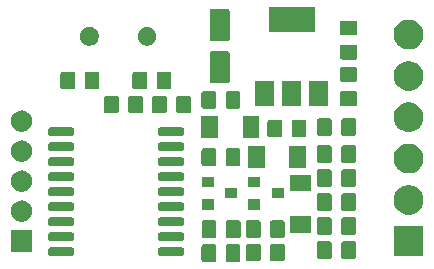
<source format=gbr>
G04 #@! TF.GenerationSoftware,KiCad,Pcbnew,5.1.5+dfsg1-2build2*
G04 #@! TF.CreationDate,2022-02-15T20:08:38+01:00*
G04 #@! TF.ProjectId,LIN_DISCO3,4c494e5f-4449-4534-934f-332e6b696361,rev?*
G04 #@! TF.SameCoordinates,Original*
G04 #@! TF.FileFunction,Soldermask,Top*
G04 #@! TF.FilePolarity,Negative*
%FSLAX46Y46*%
G04 Gerber Fmt 4.6, Leading zero omitted, Abs format (unit mm)*
G04 Created by KiCad (PCBNEW 5.1.5+dfsg1-2build2) date 2022-02-15 20:08:38*
%MOMM*%
%LPD*%
G04 APERTURE LIST*
%ADD10C,0.100000*%
G04 APERTURE END LIST*
D10*
G36*
X176104674Y-78374465D02*
G01*
X176142367Y-78385899D01*
X176177103Y-78404466D01*
X176207548Y-78429452D01*
X176232534Y-78459897D01*
X176251101Y-78494633D01*
X176262535Y-78532326D01*
X176267000Y-78577661D01*
X176267000Y-79664339D01*
X176262535Y-79709674D01*
X176251101Y-79747367D01*
X176232534Y-79782103D01*
X176207548Y-79812548D01*
X176177103Y-79837534D01*
X176142367Y-79856101D01*
X176104674Y-79867535D01*
X176059339Y-79872000D01*
X175222661Y-79872000D01*
X175177326Y-79867535D01*
X175139633Y-79856101D01*
X175104897Y-79837534D01*
X175074452Y-79812548D01*
X175049466Y-79782103D01*
X175030899Y-79747367D01*
X175019465Y-79709674D01*
X175015000Y-79664339D01*
X175015000Y-78577661D01*
X175019465Y-78532326D01*
X175030899Y-78494633D01*
X175049466Y-78459897D01*
X175074452Y-78429452D01*
X175104897Y-78404466D01*
X175139633Y-78385899D01*
X175177326Y-78374465D01*
X175222661Y-78370000D01*
X176059339Y-78370000D01*
X176104674Y-78374465D01*
G37*
G36*
X174054674Y-78374465D02*
G01*
X174092367Y-78385899D01*
X174127103Y-78404466D01*
X174157548Y-78429452D01*
X174182534Y-78459897D01*
X174201101Y-78494633D01*
X174212535Y-78532326D01*
X174217000Y-78577661D01*
X174217000Y-79664339D01*
X174212535Y-79709674D01*
X174201101Y-79747367D01*
X174182534Y-79782103D01*
X174157548Y-79812548D01*
X174127103Y-79837534D01*
X174092367Y-79856101D01*
X174054674Y-79867535D01*
X174009339Y-79872000D01*
X173172661Y-79872000D01*
X173127326Y-79867535D01*
X173089633Y-79856101D01*
X173054897Y-79837534D01*
X173024452Y-79812548D01*
X172999466Y-79782103D01*
X172980899Y-79747367D01*
X172969465Y-79709674D01*
X172965000Y-79664339D01*
X172965000Y-78577661D01*
X172969465Y-78532326D01*
X172980899Y-78494633D01*
X172999466Y-78459897D01*
X173024452Y-78429452D01*
X173054897Y-78404466D01*
X173089633Y-78385899D01*
X173127326Y-78374465D01*
X173172661Y-78370000D01*
X174009339Y-78370000D01*
X174054674Y-78374465D01*
G37*
G36*
X177810174Y-78310965D02*
G01*
X177847867Y-78322399D01*
X177882603Y-78340966D01*
X177913048Y-78365952D01*
X177938034Y-78396397D01*
X177956601Y-78431133D01*
X177968035Y-78468826D01*
X177972500Y-78514161D01*
X177972500Y-79600839D01*
X177968035Y-79646174D01*
X177956601Y-79683867D01*
X177938034Y-79718603D01*
X177913048Y-79749048D01*
X177882603Y-79774034D01*
X177847867Y-79792601D01*
X177810174Y-79804035D01*
X177764839Y-79808500D01*
X176928161Y-79808500D01*
X176882826Y-79804035D01*
X176845133Y-79792601D01*
X176810397Y-79774034D01*
X176779952Y-79749048D01*
X176754966Y-79718603D01*
X176736399Y-79683867D01*
X176724965Y-79646174D01*
X176720500Y-79600839D01*
X176720500Y-78514161D01*
X176724965Y-78468826D01*
X176736399Y-78431133D01*
X176754966Y-78396397D01*
X176779952Y-78365952D01*
X176810397Y-78340966D01*
X176845133Y-78322399D01*
X176882826Y-78310965D01*
X176928161Y-78306500D01*
X177764839Y-78306500D01*
X177810174Y-78310965D01*
G37*
G36*
X179860174Y-78310965D02*
G01*
X179897867Y-78322399D01*
X179932603Y-78340966D01*
X179963048Y-78365952D01*
X179988034Y-78396397D01*
X180006601Y-78431133D01*
X180018035Y-78468826D01*
X180022500Y-78514161D01*
X180022500Y-79600839D01*
X180018035Y-79646174D01*
X180006601Y-79683867D01*
X179988034Y-79718603D01*
X179963048Y-79749048D01*
X179932603Y-79774034D01*
X179897867Y-79792601D01*
X179860174Y-79804035D01*
X179814839Y-79808500D01*
X178978161Y-79808500D01*
X178932826Y-79804035D01*
X178895133Y-79792601D01*
X178860397Y-79774034D01*
X178829952Y-79749048D01*
X178804966Y-79718603D01*
X178786399Y-79683867D01*
X178774965Y-79646174D01*
X178770500Y-79600839D01*
X178770500Y-78514161D01*
X178774965Y-78468826D01*
X178786399Y-78431133D01*
X178804966Y-78396397D01*
X178829952Y-78365952D01*
X178860397Y-78340966D01*
X178895133Y-78322399D01*
X178932826Y-78310965D01*
X178978161Y-78306500D01*
X179814839Y-78306500D01*
X179860174Y-78310965D01*
G37*
G36*
X185883674Y-78120465D02*
G01*
X185921367Y-78131899D01*
X185956103Y-78150466D01*
X185986548Y-78175452D01*
X186011534Y-78205897D01*
X186030101Y-78240633D01*
X186041535Y-78278326D01*
X186046000Y-78323661D01*
X186046000Y-79410339D01*
X186041535Y-79455674D01*
X186030101Y-79493367D01*
X186011534Y-79528103D01*
X185986548Y-79558548D01*
X185956103Y-79583534D01*
X185921367Y-79602101D01*
X185883674Y-79613535D01*
X185838339Y-79618000D01*
X185001661Y-79618000D01*
X184956326Y-79613535D01*
X184918633Y-79602101D01*
X184883897Y-79583534D01*
X184853452Y-79558548D01*
X184828466Y-79528103D01*
X184809899Y-79493367D01*
X184798465Y-79455674D01*
X184794000Y-79410339D01*
X184794000Y-78323661D01*
X184798465Y-78278326D01*
X184809899Y-78240633D01*
X184828466Y-78205897D01*
X184853452Y-78175452D01*
X184883897Y-78150466D01*
X184918633Y-78131899D01*
X184956326Y-78120465D01*
X185001661Y-78116000D01*
X185838339Y-78116000D01*
X185883674Y-78120465D01*
G37*
G36*
X183833674Y-78120465D02*
G01*
X183871367Y-78131899D01*
X183906103Y-78150466D01*
X183936548Y-78175452D01*
X183961534Y-78205897D01*
X183980101Y-78240633D01*
X183991535Y-78278326D01*
X183996000Y-78323661D01*
X183996000Y-79410339D01*
X183991535Y-79455674D01*
X183980101Y-79493367D01*
X183961534Y-79528103D01*
X183936548Y-79558548D01*
X183906103Y-79583534D01*
X183871367Y-79602101D01*
X183833674Y-79613535D01*
X183788339Y-79618000D01*
X182951661Y-79618000D01*
X182906326Y-79613535D01*
X182868633Y-79602101D01*
X182833897Y-79583534D01*
X182803452Y-79558548D01*
X182778466Y-79528103D01*
X182759899Y-79493367D01*
X182748465Y-79455674D01*
X182744000Y-79410339D01*
X182744000Y-78323661D01*
X182748465Y-78278326D01*
X182759899Y-78240633D01*
X182778466Y-78205897D01*
X182803452Y-78175452D01*
X182833897Y-78150466D01*
X182868633Y-78131899D01*
X182906326Y-78120465D01*
X182951661Y-78116000D01*
X183788339Y-78116000D01*
X183833674Y-78120465D01*
G37*
G36*
X191751000Y-79356000D02*
G01*
X189249000Y-79356000D01*
X189249000Y-76854000D01*
X191751000Y-76854000D01*
X191751000Y-79356000D01*
G37*
G36*
X162069928Y-78645764D02*
G01*
X162091009Y-78652160D01*
X162110445Y-78662548D01*
X162127476Y-78676524D01*
X162141452Y-78693555D01*
X162151840Y-78712991D01*
X162158236Y-78734072D01*
X162161000Y-78762140D01*
X162161000Y-79225860D01*
X162158236Y-79253928D01*
X162151840Y-79275009D01*
X162141452Y-79294445D01*
X162127476Y-79311476D01*
X162110445Y-79325452D01*
X162091009Y-79335840D01*
X162069928Y-79342236D01*
X162041860Y-79345000D01*
X160128140Y-79345000D01*
X160100072Y-79342236D01*
X160078991Y-79335840D01*
X160059555Y-79325452D01*
X160042524Y-79311476D01*
X160028548Y-79294445D01*
X160018160Y-79275009D01*
X160011764Y-79253928D01*
X160009000Y-79225860D01*
X160009000Y-78762140D01*
X160011764Y-78734072D01*
X160018160Y-78712991D01*
X160028548Y-78693555D01*
X160042524Y-78676524D01*
X160059555Y-78662548D01*
X160078991Y-78652160D01*
X160100072Y-78645764D01*
X160128140Y-78643000D01*
X162041860Y-78643000D01*
X162069928Y-78645764D01*
G37*
G36*
X171369928Y-78645764D02*
G01*
X171391009Y-78652160D01*
X171410445Y-78662548D01*
X171427476Y-78676524D01*
X171441452Y-78693555D01*
X171451840Y-78712991D01*
X171458236Y-78734072D01*
X171461000Y-78762140D01*
X171461000Y-79225860D01*
X171458236Y-79253928D01*
X171451840Y-79275009D01*
X171441452Y-79294445D01*
X171427476Y-79311476D01*
X171410445Y-79325452D01*
X171391009Y-79335840D01*
X171369928Y-79342236D01*
X171341860Y-79345000D01*
X169428140Y-79345000D01*
X169400072Y-79342236D01*
X169378991Y-79335840D01*
X169359555Y-79325452D01*
X169342524Y-79311476D01*
X169328548Y-79294445D01*
X169318160Y-79275009D01*
X169311764Y-79253928D01*
X169309000Y-79225860D01*
X169309000Y-78762140D01*
X169311764Y-78734072D01*
X169318160Y-78712991D01*
X169328548Y-78693555D01*
X169342524Y-78676524D01*
X169359555Y-78662548D01*
X169378991Y-78652160D01*
X169400072Y-78645764D01*
X169428140Y-78643000D01*
X171341860Y-78643000D01*
X171369928Y-78645764D01*
G37*
G36*
X158635000Y-79006000D02*
G01*
X156833000Y-79006000D01*
X156833000Y-77204000D01*
X158635000Y-77204000D01*
X158635000Y-79006000D01*
G37*
G36*
X162069928Y-77375764D02*
G01*
X162091009Y-77382160D01*
X162110445Y-77392548D01*
X162127476Y-77406524D01*
X162141452Y-77423555D01*
X162151840Y-77442991D01*
X162158236Y-77464072D01*
X162161000Y-77492140D01*
X162161000Y-77955860D01*
X162158236Y-77983928D01*
X162151840Y-78005009D01*
X162141452Y-78024445D01*
X162127476Y-78041476D01*
X162110445Y-78055452D01*
X162091009Y-78065840D01*
X162069928Y-78072236D01*
X162041860Y-78075000D01*
X160128140Y-78075000D01*
X160100072Y-78072236D01*
X160078991Y-78065840D01*
X160059555Y-78055452D01*
X160042524Y-78041476D01*
X160028548Y-78024445D01*
X160018160Y-78005009D01*
X160011764Y-77983928D01*
X160009000Y-77955860D01*
X160009000Y-77492140D01*
X160011764Y-77464072D01*
X160018160Y-77442991D01*
X160028548Y-77423555D01*
X160042524Y-77406524D01*
X160059555Y-77392548D01*
X160078991Y-77382160D01*
X160100072Y-77375764D01*
X160128140Y-77373000D01*
X162041860Y-77373000D01*
X162069928Y-77375764D01*
G37*
G36*
X171369928Y-77375764D02*
G01*
X171391009Y-77382160D01*
X171410445Y-77392548D01*
X171427476Y-77406524D01*
X171441452Y-77423555D01*
X171451840Y-77442991D01*
X171458236Y-77464072D01*
X171461000Y-77492140D01*
X171461000Y-77955860D01*
X171458236Y-77983928D01*
X171451840Y-78005009D01*
X171441452Y-78024445D01*
X171427476Y-78041476D01*
X171410445Y-78055452D01*
X171391009Y-78065840D01*
X171369928Y-78072236D01*
X171341860Y-78075000D01*
X169428140Y-78075000D01*
X169400072Y-78072236D01*
X169378991Y-78065840D01*
X169359555Y-78055452D01*
X169342524Y-78041476D01*
X169328548Y-78024445D01*
X169318160Y-78005009D01*
X169311764Y-77983928D01*
X169309000Y-77955860D01*
X169309000Y-77492140D01*
X169311764Y-77464072D01*
X169318160Y-77442991D01*
X169328548Y-77423555D01*
X169342524Y-77406524D01*
X169359555Y-77392548D01*
X169378991Y-77382160D01*
X169400072Y-77375764D01*
X169428140Y-77373000D01*
X171341860Y-77373000D01*
X171369928Y-77375764D01*
G37*
G36*
X176113674Y-76342465D02*
G01*
X176151367Y-76353899D01*
X176186103Y-76372466D01*
X176216548Y-76397452D01*
X176241534Y-76427897D01*
X176260101Y-76462633D01*
X176271535Y-76500326D01*
X176276000Y-76545661D01*
X176276000Y-77632339D01*
X176271535Y-77677674D01*
X176260101Y-77715367D01*
X176241534Y-77750103D01*
X176216548Y-77780548D01*
X176186103Y-77805534D01*
X176151367Y-77824101D01*
X176113674Y-77835535D01*
X176068339Y-77840000D01*
X175231661Y-77840000D01*
X175186326Y-77835535D01*
X175148633Y-77824101D01*
X175113897Y-77805534D01*
X175083452Y-77780548D01*
X175058466Y-77750103D01*
X175039899Y-77715367D01*
X175028465Y-77677674D01*
X175024000Y-77632339D01*
X175024000Y-76545661D01*
X175028465Y-76500326D01*
X175039899Y-76462633D01*
X175058466Y-76427897D01*
X175083452Y-76397452D01*
X175113897Y-76372466D01*
X175148633Y-76353899D01*
X175186326Y-76342465D01*
X175231661Y-76338000D01*
X176068339Y-76338000D01*
X176113674Y-76342465D01*
G37*
G36*
X179860174Y-76342465D02*
G01*
X179897867Y-76353899D01*
X179932603Y-76372466D01*
X179963048Y-76397452D01*
X179988034Y-76427897D01*
X180006601Y-76462633D01*
X180018035Y-76500326D01*
X180022500Y-76545661D01*
X180022500Y-77632339D01*
X180018035Y-77677674D01*
X180006601Y-77715367D01*
X179988034Y-77750103D01*
X179963048Y-77780548D01*
X179932603Y-77805534D01*
X179897867Y-77824101D01*
X179860174Y-77835535D01*
X179814839Y-77840000D01*
X178978161Y-77840000D01*
X178932826Y-77835535D01*
X178895133Y-77824101D01*
X178860397Y-77805534D01*
X178829952Y-77780548D01*
X178804966Y-77750103D01*
X178786399Y-77715367D01*
X178774965Y-77677674D01*
X178770500Y-77632339D01*
X178770500Y-76545661D01*
X178774965Y-76500326D01*
X178786399Y-76462633D01*
X178804966Y-76427897D01*
X178829952Y-76397452D01*
X178860397Y-76372466D01*
X178895133Y-76353899D01*
X178932826Y-76342465D01*
X178978161Y-76338000D01*
X179814839Y-76338000D01*
X179860174Y-76342465D01*
G37*
G36*
X174063674Y-76342465D02*
G01*
X174101367Y-76353899D01*
X174136103Y-76372466D01*
X174166548Y-76397452D01*
X174191534Y-76427897D01*
X174210101Y-76462633D01*
X174221535Y-76500326D01*
X174226000Y-76545661D01*
X174226000Y-77632339D01*
X174221535Y-77677674D01*
X174210101Y-77715367D01*
X174191534Y-77750103D01*
X174166548Y-77780548D01*
X174136103Y-77805534D01*
X174101367Y-77824101D01*
X174063674Y-77835535D01*
X174018339Y-77840000D01*
X173181661Y-77840000D01*
X173136326Y-77835535D01*
X173098633Y-77824101D01*
X173063897Y-77805534D01*
X173033452Y-77780548D01*
X173008466Y-77750103D01*
X172989899Y-77715367D01*
X172978465Y-77677674D01*
X172974000Y-77632339D01*
X172974000Y-76545661D01*
X172978465Y-76500326D01*
X172989899Y-76462633D01*
X173008466Y-76427897D01*
X173033452Y-76397452D01*
X173063897Y-76372466D01*
X173098633Y-76353899D01*
X173136326Y-76342465D01*
X173181661Y-76338000D01*
X174018339Y-76338000D01*
X174063674Y-76342465D01*
G37*
G36*
X177810174Y-76342465D02*
G01*
X177847867Y-76353899D01*
X177882603Y-76372466D01*
X177913048Y-76397452D01*
X177938034Y-76427897D01*
X177956601Y-76462633D01*
X177968035Y-76500326D01*
X177972500Y-76545661D01*
X177972500Y-77632339D01*
X177968035Y-77677674D01*
X177956601Y-77715367D01*
X177938034Y-77750103D01*
X177913048Y-77780548D01*
X177882603Y-77805534D01*
X177847867Y-77824101D01*
X177810174Y-77835535D01*
X177764839Y-77840000D01*
X176928161Y-77840000D01*
X176882826Y-77835535D01*
X176845133Y-77824101D01*
X176810397Y-77805534D01*
X176779952Y-77780548D01*
X176754966Y-77750103D01*
X176736399Y-77715367D01*
X176724965Y-77677674D01*
X176720500Y-77632339D01*
X176720500Y-76545661D01*
X176724965Y-76500326D01*
X176736399Y-76462633D01*
X176754966Y-76427897D01*
X176779952Y-76397452D01*
X176810397Y-76372466D01*
X176845133Y-76353899D01*
X176882826Y-76342465D01*
X176928161Y-76338000D01*
X177764839Y-76338000D01*
X177810174Y-76342465D01*
G37*
G36*
X183833674Y-76088465D02*
G01*
X183871367Y-76099899D01*
X183906103Y-76118466D01*
X183936548Y-76143452D01*
X183961534Y-76173897D01*
X183980101Y-76208633D01*
X183991535Y-76246326D01*
X183996000Y-76291661D01*
X183996000Y-77378339D01*
X183991535Y-77423674D01*
X183980101Y-77461367D01*
X183961534Y-77496103D01*
X183936548Y-77526548D01*
X183906103Y-77551534D01*
X183871367Y-77570101D01*
X183833674Y-77581535D01*
X183788339Y-77586000D01*
X182951661Y-77586000D01*
X182906326Y-77581535D01*
X182868633Y-77570101D01*
X182833897Y-77551534D01*
X182803452Y-77526548D01*
X182778466Y-77496103D01*
X182759899Y-77461367D01*
X182748465Y-77423674D01*
X182744000Y-77378339D01*
X182744000Y-76291661D01*
X182748465Y-76246326D01*
X182759899Y-76208633D01*
X182778466Y-76173897D01*
X182803452Y-76143452D01*
X182833897Y-76118466D01*
X182868633Y-76099899D01*
X182906326Y-76088465D01*
X182951661Y-76084000D01*
X183788339Y-76084000D01*
X183833674Y-76088465D01*
G37*
G36*
X185883674Y-76088465D02*
G01*
X185921367Y-76099899D01*
X185956103Y-76118466D01*
X185986548Y-76143452D01*
X186011534Y-76173897D01*
X186030101Y-76208633D01*
X186041535Y-76246326D01*
X186046000Y-76291661D01*
X186046000Y-77378339D01*
X186041535Y-77423674D01*
X186030101Y-77461367D01*
X186011534Y-77496103D01*
X185986548Y-77526548D01*
X185956103Y-77551534D01*
X185921367Y-77570101D01*
X185883674Y-77581535D01*
X185838339Y-77586000D01*
X185001661Y-77586000D01*
X184956326Y-77581535D01*
X184918633Y-77570101D01*
X184883897Y-77551534D01*
X184853452Y-77526548D01*
X184828466Y-77496103D01*
X184809899Y-77461367D01*
X184798465Y-77423674D01*
X184794000Y-77378339D01*
X184794000Y-76291661D01*
X184798465Y-76246326D01*
X184809899Y-76208633D01*
X184828466Y-76173897D01*
X184853452Y-76143452D01*
X184883897Y-76118466D01*
X184918633Y-76099899D01*
X184956326Y-76088465D01*
X185001661Y-76084000D01*
X185838339Y-76084000D01*
X185883674Y-76088465D01*
G37*
G36*
X182257000Y-77381000D02*
G01*
X180455000Y-77381000D01*
X180455000Y-75979000D01*
X182257000Y-75979000D01*
X182257000Y-77381000D01*
G37*
G36*
X171369928Y-76105764D02*
G01*
X171391009Y-76112160D01*
X171410445Y-76122548D01*
X171427476Y-76136524D01*
X171441452Y-76153555D01*
X171451840Y-76172991D01*
X171458236Y-76194072D01*
X171461000Y-76222140D01*
X171461000Y-76685860D01*
X171458236Y-76713928D01*
X171451840Y-76735009D01*
X171441452Y-76754445D01*
X171427476Y-76771476D01*
X171410445Y-76785452D01*
X171391009Y-76795840D01*
X171369928Y-76802236D01*
X171341860Y-76805000D01*
X169428140Y-76805000D01*
X169400072Y-76802236D01*
X169378991Y-76795840D01*
X169359555Y-76785452D01*
X169342524Y-76771476D01*
X169328548Y-76754445D01*
X169318160Y-76735009D01*
X169311764Y-76713928D01*
X169309000Y-76685860D01*
X169309000Y-76222140D01*
X169311764Y-76194072D01*
X169318160Y-76172991D01*
X169328548Y-76153555D01*
X169342524Y-76136524D01*
X169359555Y-76122548D01*
X169378991Y-76112160D01*
X169400072Y-76105764D01*
X169428140Y-76103000D01*
X171341860Y-76103000D01*
X171369928Y-76105764D01*
G37*
G36*
X162069928Y-76105764D02*
G01*
X162091009Y-76112160D01*
X162110445Y-76122548D01*
X162127476Y-76136524D01*
X162141452Y-76153555D01*
X162151840Y-76172991D01*
X162158236Y-76194072D01*
X162161000Y-76222140D01*
X162161000Y-76685860D01*
X162158236Y-76713928D01*
X162151840Y-76735009D01*
X162141452Y-76754445D01*
X162127476Y-76771476D01*
X162110445Y-76785452D01*
X162091009Y-76795840D01*
X162069928Y-76802236D01*
X162041860Y-76805000D01*
X160128140Y-76805000D01*
X160100072Y-76802236D01*
X160078991Y-76795840D01*
X160059555Y-76785452D01*
X160042524Y-76771476D01*
X160028548Y-76754445D01*
X160018160Y-76735009D01*
X160011764Y-76713928D01*
X160009000Y-76685860D01*
X160009000Y-76222140D01*
X160011764Y-76194072D01*
X160018160Y-76172991D01*
X160028548Y-76153555D01*
X160042524Y-76136524D01*
X160059555Y-76122548D01*
X160078991Y-76112160D01*
X160100072Y-76105764D01*
X160128140Y-76103000D01*
X162041860Y-76103000D01*
X162069928Y-76105764D01*
G37*
G36*
X157847512Y-74668927D02*
G01*
X157996812Y-74698624D01*
X158160784Y-74766544D01*
X158308354Y-74865147D01*
X158433853Y-74990646D01*
X158532456Y-75138216D01*
X158600376Y-75302188D01*
X158635000Y-75476259D01*
X158635000Y-75653741D01*
X158600376Y-75827812D01*
X158532456Y-75991784D01*
X158433853Y-76139354D01*
X158308354Y-76264853D01*
X158160784Y-76363456D01*
X157996812Y-76431376D01*
X157858124Y-76458962D01*
X157822742Y-76466000D01*
X157645258Y-76466000D01*
X157609876Y-76458962D01*
X157471188Y-76431376D01*
X157307216Y-76363456D01*
X157159646Y-76264853D01*
X157034147Y-76139354D01*
X156935544Y-75991784D01*
X156867624Y-75827812D01*
X156833000Y-75653741D01*
X156833000Y-75476259D01*
X156867624Y-75302188D01*
X156935544Y-75138216D01*
X157034147Y-74990646D01*
X157159646Y-74865147D01*
X157307216Y-74766544D01*
X157471188Y-74698624D01*
X157620488Y-74668927D01*
X157645258Y-74664000D01*
X157822742Y-74664000D01*
X157847512Y-74668927D01*
G37*
G36*
X190864903Y-73402075D02*
G01*
X191043691Y-73476131D01*
X191092571Y-73496378D01*
X191297466Y-73633285D01*
X191471715Y-73807534D01*
X191608622Y-74012429D01*
X191608623Y-74012431D01*
X191639289Y-74086466D01*
X191702925Y-74240097D01*
X191751000Y-74481787D01*
X191751000Y-74728213D01*
X191702925Y-74969903D01*
X191608622Y-75197571D01*
X191471715Y-75402466D01*
X191297466Y-75576715D01*
X191092571Y-75713622D01*
X191092570Y-75713623D01*
X191092569Y-75713623D01*
X190864903Y-75807925D01*
X190623214Y-75856000D01*
X190376786Y-75856000D01*
X190135097Y-75807925D01*
X189907431Y-75713623D01*
X189907430Y-75713623D01*
X189907429Y-75713622D01*
X189702534Y-75576715D01*
X189528285Y-75402466D01*
X189391378Y-75197571D01*
X189297075Y-74969903D01*
X189249000Y-74728213D01*
X189249000Y-74481787D01*
X189297075Y-74240097D01*
X189360711Y-74086466D01*
X189391377Y-74012431D01*
X189391378Y-74012429D01*
X189528285Y-73807534D01*
X189702534Y-73633285D01*
X189907429Y-73496378D01*
X189956310Y-73476131D01*
X190135097Y-73402075D01*
X190376786Y-73354000D01*
X190623214Y-73354000D01*
X190864903Y-73402075D01*
G37*
G36*
X185883674Y-74056465D02*
G01*
X185921367Y-74067899D01*
X185956103Y-74086466D01*
X185986548Y-74111452D01*
X186011534Y-74141897D01*
X186030101Y-74176633D01*
X186041535Y-74214326D01*
X186046000Y-74259661D01*
X186046000Y-75346339D01*
X186041535Y-75391674D01*
X186030101Y-75429367D01*
X186011534Y-75464103D01*
X185986548Y-75494548D01*
X185956103Y-75519534D01*
X185921367Y-75538101D01*
X185883674Y-75549535D01*
X185838339Y-75554000D01*
X185001661Y-75554000D01*
X184956326Y-75549535D01*
X184918633Y-75538101D01*
X184883897Y-75519534D01*
X184853452Y-75494548D01*
X184828466Y-75464103D01*
X184809899Y-75429367D01*
X184798465Y-75391674D01*
X184794000Y-75346339D01*
X184794000Y-74259661D01*
X184798465Y-74214326D01*
X184809899Y-74176633D01*
X184828466Y-74141897D01*
X184853452Y-74111452D01*
X184883897Y-74086466D01*
X184918633Y-74067899D01*
X184956326Y-74056465D01*
X185001661Y-74052000D01*
X185838339Y-74052000D01*
X185883674Y-74056465D01*
G37*
G36*
X183833674Y-74056465D02*
G01*
X183871367Y-74067899D01*
X183906103Y-74086466D01*
X183936548Y-74111452D01*
X183961534Y-74141897D01*
X183980101Y-74176633D01*
X183991535Y-74214326D01*
X183996000Y-74259661D01*
X183996000Y-75346339D01*
X183991535Y-75391674D01*
X183980101Y-75429367D01*
X183961534Y-75464103D01*
X183936548Y-75494548D01*
X183906103Y-75519534D01*
X183871367Y-75538101D01*
X183833674Y-75549535D01*
X183788339Y-75554000D01*
X182951661Y-75554000D01*
X182906326Y-75549535D01*
X182868633Y-75538101D01*
X182833897Y-75519534D01*
X182803452Y-75494548D01*
X182778466Y-75464103D01*
X182759899Y-75429367D01*
X182748465Y-75391674D01*
X182744000Y-75346339D01*
X182744000Y-74259661D01*
X182748465Y-74214326D01*
X182759899Y-74176633D01*
X182778466Y-74141897D01*
X182803452Y-74111452D01*
X182833897Y-74086466D01*
X182868633Y-74067899D01*
X182906326Y-74056465D01*
X182951661Y-74052000D01*
X183788339Y-74052000D01*
X183833674Y-74056465D01*
G37*
G36*
X171369928Y-74835764D02*
G01*
X171391009Y-74842160D01*
X171410445Y-74852548D01*
X171427476Y-74866524D01*
X171441452Y-74883555D01*
X171451840Y-74902991D01*
X171458236Y-74924072D01*
X171461000Y-74952140D01*
X171461000Y-75415860D01*
X171458236Y-75443928D01*
X171451840Y-75465009D01*
X171441452Y-75484445D01*
X171427476Y-75501476D01*
X171410445Y-75515452D01*
X171391009Y-75525840D01*
X171369928Y-75532236D01*
X171341860Y-75535000D01*
X169428140Y-75535000D01*
X169400072Y-75532236D01*
X169378991Y-75525840D01*
X169359555Y-75515452D01*
X169342524Y-75501476D01*
X169328548Y-75484445D01*
X169318160Y-75465009D01*
X169311764Y-75443928D01*
X169309000Y-75415860D01*
X169309000Y-74952140D01*
X169311764Y-74924072D01*
X169318160Y-74902991D01*
X169328548Y-74883555D01*
X169342524Y-74866524D01*
X169359555Y-74852548D01*
X169378991Y-74842160D01*
X169400072Y-74835764D01*
X169428140Y-74833000D01*
X171341860Y-74833000D01*
X171369928Y-74835764D01*
G37*
G36*
X162069928Y-74835764D02*
G01*
X162091009Y-74842160D01*
X162110445Y-74852548D01*
X162127476Y-74866524D01*
X162141452Y-74883555D01*
X162151840Y-74902991D01*
X162158236Y-74924072D01*
X162161000Y-74952140D01*
X162161000Y-75415860D01*
X162158236Y-75443928D01*
X162151840Y-75465009D01*
X162141452Y-75484445D01*
X162127476Y-75501476D01*
X162110445Y-75515452D01*
X162091009Y-75525840D01*
X162069928Y-75532236D01*
X162041860Y-75535000D01*
X160128140Y-75535000D01*
X160100072Y-75532236D01*
X160078991Y-75525840D01*
X160059555Y-75515452D01*
X160042524Y-75501476D01*
X160028548Y-75484445D01*
X160018160Y-75465009D01*
X160011764Y-75443928D01*
X160009000Y-75415860D01*
X160009000Y-74952140D01*
X160011764Y-74924072D01*
X160018160Y-74902991D01*
X160028548Y-74883555D01*
X160042524Y-74866524D01*
X160059555Y-74852548D01*
X160078991Y-74842160D01*
X160100072Y-74835764D01*
X160128140Y-74833000D01*
X162041860Y-74833000D01*
X162069928Y-74835764D01*
G37*
G36*
X177936000Y-75442000D02*
G01*
X176934000Y-75442000D01*
X176934000Y-74540000D01*
X177936000Y-74540000D01*
X177936000Y-75442000D01*
G37*
G36*
X173999000Y-75442000D02*
G01*
X172997000Y-75442000D01*
X172997000Y-74540000D01*
X173999000Y-74540000D01*
X173999000Y-75442000D01*
G37*
G36*
X179936000Y-74492000D02*
G01*
X178934000Y-74492000D01*
X178934000Y-73590000D01*
X179936000Y-73590000D01*
X179936000Y-74492000D01*
G37*
G36*
X175999000Y-74492000D02*
G01*
X174997000Y-74492000D01*
X174997000Y-73590000D01*
X175999000Y-73590000D01*
X175999000Y-74492000D01*
G37*
G36*
X171369928Y-73565764D02*
G01*
X171391009Y-73572160D01*
X171410445Y-73582548D01*
X171427476Y-73596524D01*
X171441452Y-73613555D01*
X171451840Y-73632991D01*
X171458236Y-73654072D01*
X171461000Y-73682140D01*
X171461000Y-74145860D01*
X171458236Y-74173928D01*
X171451840Y-74195009D01*
X171441452Y-74214445D01*
X171427476Y-74231476D01*
X171410445Y-74245452D01*
X171391009Y-74255840D01*
X171369928Y-74262236D01*
X171341860Y-74265000D01*
X169428140Y-74265000D01*
X169400072Y-74262236D01*
X169378991Y-74255840D01*
X169359555Y-74245452D01*
X169342524Y-74231476D01*
X169328548Y-74214445D01*
X169318160Y-74195009D01*
X169311764Y-74173928D01*
X169309000Y-74145860D01*
X169309000Y-73682140D01*
X169311764Y-73654072D01*
X169318160Y-73632991D01*
X169328548Y-73613555D01*
X169342524Y-73596524D01*
X169359555Y-73582548D01*
X169378991Y-73572160D01*
X169400072Y-73565764D01*
X169428140Y-73563000D01*
X171341860Y-73563000D01*
X171369928Y-73565764D01*
G37*
G36*
X162069928Y-73565764D02*
G01*
X162091009Y-73572160D01*
X162110445Y-73582548D01*
X162127476Y-73596524D01*
X162141452Y-73613555D01*
X162151840Y-73632991D01*
X162158236Y-73654072D01*
X162161000Y-73682140D01*
X162161000Y-74145860D01*
X162158236Y-74173928D01*
X162151840Y-74195009D01*
X162141452Y-74214445D01*
X162127476Y-74231476D01*
X162110445Y-74245452D01*
X162091009Y-74255840D01*
X162069928Y-74262236D01*
X162041860Y-74265000D01*
X160128140Y-74265000D01*
X160100072Y-74262236D01*
X160078991Y-74255840D01*
X160059555Y-74245452D01*
X160042524Y-74231476D01*
X160028548Y-74214445D01*
X160018160Y-74195009D01*
X160011764Y-74173928D01*
X160009000Y-74145860D01*
X160009000Y-73682140D01*
X160011764Y-73654072D01*
X160018160Y-73632991D01*
X160028548Y-73613555D01*
X160042524Y-73596524D01*
X160059555Y-73582548D01*
X160078991Y-73572160D01*
X160100072Y-73565764D01*
X160128140Y-73563000D01*
X162041860Y-73563000D01*
X162069928Y-73565764D01*
G37*
G36*
X157847512Y-72128927D02*
G01*
X157996812Y-72158624D01*
X158160784Y-72226544D01*
X158308354Y-72325147D01*
X158433853Y-72450646D01*
X158532456Y-72598216D01*
X158600376Y-72762188D01*
X158635000Y-72936259D01*
X158635000Y-73113741D01*
X158600376Y-73287812D01*
X158532456Y-73451784D01*
X158433853Y-73599354D01*
X158308354Y-73724853D01*
X158160784Y-73823456D01*
X157996812Y-73891376D01*
X157847512Y-73921073D01*
X157822742Y-73926000D01*
X157645258Y-73926000D01*
X157620488Y-73921073D01*
X157471188Y-73891376D01*
X157307216Y-73823456D01*
X157159646Y-73724853D01*
X157034147Y-73599354D01*
X156935544Y-73451784D01*
X156867624Y-73287812D01*
X156833000Y-73113741D01*
X156833000Y-72936259D01*
X156867624Y-72762188D01*
X156935544Y-72598216D01*
X157034147Y-72450646D01*
X157159646Y-72325147D01*
X157307216Y-72226544D01*
X157471188Y-72158624D01*
X157620488Y-72128927D01*
X157645258Y-72124000D01*
X157822742Y-72124000D01*
X157847512Y-72128927D01*
G37*
G36*
X182257000Y-73881000D02*
G01*
X180455000Y-73881000D01*
X180455000Y-72479000D01*
X182257000Y-72479000D01*
X182257000Y-73881000D01*
G37*
G36*
X177936000Y-73542000D02*
G01*
X176934000Y-73542000D01*
X176934000Y-72640000D01*
X177936000Y-72640000D01*
X177936000Y-73542000D01*
G37*
G36*
X173999000Y-73542000D02*
G01*
X172997000Y-73542000D01*
X172997000Y-72640000D01*
X173999000Y-72640000D01*
X173999000Y-73542000D01*
G37*
G36*
X183833674Y-72024465D02*
G01*
X183871367Y-72035899D01*
X183906103Y-72054466D01*
X183936548Y-72079452D01*
X183961534Y-72109897D01*
X183980101Y-72144633D01*
X183991535Y-72182326D01*
X183996000Y-72227661D01*
X183996000Y-73314339D01*
X183991535Y-73359674D01*
X183980102Y-73397364D01*
X183961534Y-73432103D01*
X183936548Y-73462548D01*
X183906103Y-73487534D01*
X183871367Y-73506101D01*
X183833674Y-73517535D01*
X183788339Y-73522000D01*
X182951661Y-73522000D01*
X182906326Y-73517535D01*
X182868633Y-73506101D01*
X182833897Y-73487534D01*
X182803452Y-73462548D01*
X182778466Y-73432103D01*
X182759898Y-73397364D01*
X182748465Y-73359674D01*
X182744000Y-73314339D01*
X182744000Y-72227661D01*
X182748465Y-72182326D01*
X182759899Y-72144633D01*
X182778466Y-72109897D01*
X182803452Y-72079452D01*
X182833897Y-72054466D01*
X182868633Y-72035899D01*
X182906326Y-72024465D01*
X182951661Y-72020000D01*
X183788339Y-72020000D01*
X183833674Y-72024465D01*
G37*
G36*
X185883674Y-72024465D02*
G01*
X185921367Y-72035899D01*
X185956103Y-72054466D01*
X185986548Y-72079452D01*
X186011534Y-72109897D01*
X186030101Y-72144633D01*
X186041535Y-72182326D01*
X186046000Y-72227661D01*
X186046000Y-73314339D01*
X186041535Y-73359674D01*
X186030102Y-73397364D01*
X186011534Y-73432103D01*
X185986548Y-73462548D01*
X185956103Y-73487534D01*
X185921367Y-73506101D01*
X185883674Y-73517535D01*
X185838339Y-73522000D01*
X185001661Y-73522000D01*
X184956326Y-73517535D01*
X184918633Y-73506101D01*
X184883897Y-73487534D01*
X184853452Y-73462548D01*
X184828466Y-73432103D01*
X184809898Y-73397364D01*
X184798465Y-73359674D01*
X184794000Y-73314339D01*
X184794000Y-72227661D01*
X184798465Y-72182326D01*
X184809899Y-72144633D01*
X184828466Y-72109897D01*
X184853452Y-72079452D01*
X184883897Y-72054466D01*
X184918633Y-72035899D01*
X184956326Y-72024465D01*
X185001661Y-72020000D01*
X185838339Y-72020000D01*
X185883674Y-72024465D01*
G37*
G36*
X171369928Y-72295764D02*
G01*
X171391009Y-72302160D01*
X171410445Y-72312548D01*
X171427476Y-72326524D01*
X171441452Y-72343555D01*
X171451840Y-72362991D01*
X171458236Y-72384072D01*
X171461000Y-72412140D01*
X171461000Y-72875860D01*
X171458236Y-72903928D01*
X171451840Y-72925009D01*
X171441452Y-72944445D01*
X171427476Y-72961476D01*
X171410445Y-72975452D01*
X171391009Y-72985840D01*
X171369928Y-72992236D01*
X171341860Y-72995000D01*
X169428140Y-72995000D01*
X169400072Y-72992236D01*
X169378991Y-72985840D01*
X169359555Y-72975452D01*
X169342524Y-72961476D01*
X169328548Y-72944445D01*
X169318160Y-72925009D01*
X169311764Y-72903928D01*
X169309000Y-72875860D01*
X169309000Y-72412140D01*
X169311764Y-72384072D01*
X169318160Y-72362991D01*
X169328548Y-72343555D01*
X169342524Y-72326524D01*
X169359555Y-72312548D01*
X169378991Y-72302160D01*
X169400072Y-72295764D01*
X169428140Y-72293000D01*
X171341860Y-72293000D01*
X171369928Y-72295764D01*
G37*
G36*
X162069928Y-72295764D02*
G01*
X162091009Y-72302160D01*
X162110445Y-72312548D01*
X162127476Y-72326524D01*
X162141452Y-72343555D01*
X162151840Y-72362991D01*
X162158236Y-72384072D01*
X162161000Y-72412140D01*
X162161000Y-72875860D01*
X162158236Y-72903928D01*
X162151840Y-72925009D01*
X162141452Y-72944445D01*
X162127476Y-72961476D01*
X162110445Y-72975452D01*
X162091009Y-72985840D01*
X162069928Y-72992236D01*
X162041860Y-72995000D01*
X160128140Y-72995000D01*
X160100072Y-72992236D01*
X160078991Y-72985840D01*
X160059555Y-72975452D01*
X160042524Y-72961476D01*
X160028548Y-72944445D01*
X160018160Y-72925009D01*
X160011764Y-72903928D01*
X160009000Y-72875860D01*
X160009000Y-72412140D01*
X160011764Y-72384072D01*
X160018160Y-72362991D01*
X160028548Y-72343555D01*
X160042524Y-72326524D01*
X160059555Y-72312548D01*
X160078991Y-72302160D01*
X160100072Y-72295764D01*
X160128140Y-72293000D01*
X162041860Y-72293000D01*
X162069928Y-72295764D01*
G37*
G36*
X190864903Y-69902075D02*
G01*
X191083125Y-69992465D01*
X191092571Y-69996378D01*
X191297466Y-70133285D01*
X191471715Y-70307534D01*
X191567996Y-70451628D01*
X191608623Y-70512431D01*
X191702925Y-70740097D01*
X191751000Y-70981786D01*
X191751000Y-71228214D01*
X191722988Y-71369038D01*
X191702925Y-71469903D01*
X191608622Y-71697571D01*
X191471715Y-71902466D01*
X191297466Y-72076715D01*
X191092571Y-72213622D01*
X191092570Y-72213623D01*
X191092569Y-72213623D01*
X190864903Y-72307925D01*
X190623214Y-72356000D01*
X190376786Y-72356000D01*
X190135097Y-72307925D01*
X189907431Y-72213623D01*
X189907430Y-72213623D01*
X189907429Y-72213622D01*
X189702534Y-72076715D01*
X189528285Y-71902466D01*
X189391378Y-71697571D01*
X189297075Y-71469903D01*
X189277012Y-71369038D01*
X189249000Y-71228214D01*
X189249000Y-70981786D01*
X189297075Y-70740097D01*
X189391377Y-70512431D01*
X189432004Y-70451628D01*
X189528285Y-70307534D01*
X189702534Y-70133285D01*
X189907429Y-69996378D01*
X189916876Y-69992465D01*
X190135097Y-69902075D01*
X190376786Y-69854000D01*
X190623214Y-69854000D01*
X190864903Y-69902075D01*
G37*
G36*
X178303000Y-71894000D02*
G01*
X176901000Y-71894000D01*
X176901000Y-70092000D01*
X178303000Y-70092000D01*
X178303000Y-71894000D01*
G37*
G36*
X181803000Y-71894000D02*
G01*
X180401000Y-71894000D01*
X180401000Y-70092000D01*
X181803000Y-70092000D01*
X181803000Y-71894000D01*
G37*
G36*
X176104674Y-70246465D02*
G01*
X176142367Y-70257899D01*
X176177103Y-70276466D01*
X176207548Y-70301452D01*
X176232534Y-70331897D01*
X176251101Y-70366633D01*
X176262535Y-70404326D01*
X176267000Y-70449661D01*
X176267000Y-71536339D01*
X176262535Y-71581674D01*
X176251101Y-71619367D01*
X176232534Y-71654103D01*
X176207548Y-71684548D01*
X176177103Y-71709534D01*
X176142367Y-71728101D01*
X176104674Y-71739535D01*
X176059339Y-71744000D01*
X175222661Y-71744000D01*
X175177326Y-71739535D01*
X175139633Y-71728101D01*
X175104897Y-71709534D01*
X175074452Y-71684548D01*
X175049466Y-71654103D01*
X175030899Y-71619367D01*
X175019465Y-71581674D01*
X175015000Y-71536339D01*
X175015000Y-70449661D01*
X175019465Y-70404326D01*
X175030899Y-70366633D01*
X175049466Y-70331897D01*
X175074452Y-70301452D01*
X175104897Y-70276466D01*
X175139633Y-70257899D01*
X175177326Y-70246465D01*
X175222661Y-70242000D01*
X176059339Y-70242000D01*
X176104674Y-70246465D01*
G37*
G36*
X174054674Y-70246465D02*
G01*
X174092367Y-70257899D01*
X174127103Y-70276466D01*
X174157548Y-70301452D01*
X174182534Y-70331897D01*
X174201101Y-70366633D01*
X174212535Y-70404326D01*
X174217000Y-70449661D01*
X174217000Y-71536339D01*
X174212535Y-71581674D01*
X174201101Y-71619367D01*
X174182534Y-71654103D01*
X174157548Y-71684548D01*
X174127103Y-71709534D01*
X174092367Y-71728101D01*
X174054674Y-71739535D01*
X174009339Y-71744000D01*
X173172661Y-71744000D01*
X173127326Y-71739535D01*
X173089633Y-71728101D01*
X173054897Y-71709534D01*
X173024452Y-71684548D01*
X172999466Y-71654103D01*
X172980899Y-71619367D01*
X172969465Y-71581674D01*
X172965000Y-71536339D01*
X172965000Y-70449661D01*
X172969465Y-70404326D01*
X172980899Y-70366633D01*
X172999466Y-70331897D01*
X173024452Y-70301452D01*
X173054897Y-70276466D01*
X173089633Y-70257899D01*
X173127326Y-70246465D01*
X173172661Y-70242000D01*
X174009339Y-70242000D01*
X174054674Y-70246465D01*
G37*
G36*
X162069928Y-71025764D02*
G01*
X162091009Y-71032160D01*
X162110445Y-71042548D01*
X162127476Y-71056524D01*
X162141452Y-71073555D01*
X162151840Y-71092991D01*
X162158236Y-71114072D01*
X162161000Y-71142140D01*
X162161000Y-71605860D01*
X162158236Y-71633928D01*
X162151840Y-71655009D01*
X162141452Y-71674445D01*
X162127476Y-71691476D01*
X162110445Y-71705452D01*
X162091009Y-71715840D01*
X162069928Y-71722236D01*
X162041860Y-71725000D01*
X160128140Y-71725000D01*
X160100072Y-71722236D01*
X160078991Y-71715840D01*
X160059555Y-71705452D01*
X160042524Y-71691476D01*
X160028548Y-71674445D01*
X160018160Y-71655009D01*
X160011764Y-71633928D01*
X160009000Y-71605860D01*
X160009000Y-71142140D01*
X160011764Y-71114072D01*
X160018160Y-71092991D01*
X160028548Y-71073555D01*
X160042524Y-71056524D01*
X160059555Y-71042548D01*
X160078991Y-71032160D01*
X160100072Y-71025764D01*
X160128140Y-71023000D01*
X162041860Y-71023000D01*
X162069928Y-71025764D01*
G37*
G36*
X171369928Y-71025764D02*
G01*
X171391009Y-71032160D01*
X171410445Y-71042548D01*
X171427476Y-71056524D01*
X171441452Y-71073555D01*
X171451840Y-71092991D01*
X171458236Y-71114072D01*
X171461000Y-71142140D01*
X171461000Y-71605860D01*
X171458236Y-71633928D01*
X171451840Y-71655009D01*
X171441452Y-71674445D01*
X171427476Y-71691476D01*
X171410445Y-71705452D01*
X171391009Y-71715840D01*
X171369928Y-71722236D01*
X171341860Y-71725000D01*
X169428140Y-71725000D01*
X169400072Y-71722236D01*
X169378991Y-71715840D01*
X169359555Y-71705452D01*
X169342524Y-71691476D01*
X169328548Y-71674445D01*
X169318160Y-71655009D01*
X169311764Y-71633928D01*
X169309000Y-71605860D01*
X169309000Y-71142140D01*
X169311764Y-71114072D01*
X169318160Y-71092991D01*
X169328548Y-71073555D01*
X169342524Y-71056524D01*
X169359555Y-71042548D01*
X169378991Y-71032160D01*
X169400072Y-71025764D01*
X169428140Y-71023000D01*
X171341860Y-71023000D01*
X171369928Y-71025764D01*
G37*
G36*
X183833674Y-69992465D02*
G01*
X183871367Y-70003899D01*
X183906103Y-70022466D01*
X183936548Y-70047452D01*
X183961534Y-70077897D01*
X183980101Y-70112633D01*
X183991535Y-70150326D01*
X183996000Y-70195661D01*
X183996000Y-71282339D01*
X183991535Y-71327674D01*
X183980101Y-71365367D01*
X183961534Y-71400103D01*
X183936548Y-71430548D01*
X183906103Y-71455534D01*
X183871367Y-71474101D01*
X183833674Y-71485535D01*
X183788339Y-71490000D01*
X182951661Y-71490000D01*
X182906326Y-71485535D01*
X182868633Y-71474101D01*
X182833897Y-71455534D01*
X182803452Y-71430548D01*
X182778466Y-71400103D01*
X182759899Y-71365367D01*
X182748465Y-71327674D01*
X182744000Y-71282339D01*
X182744000Y-70195661D01*
X182748465Y-70150326D01*
X182759899Y-70112633D01*
X182778466Y-70077897D01*
X182803452Y-70047452D01*
X182833897Y-70022466D01*
X182868633Y-70003899D01*
X182906326Y-69992465D01*
X182951661Y-69988000D01*
X183788339Y-69988000D01*
X183833674Y-69992465D01*
G37*
G36*
X185883674Y-69992465D02*
G01*
X185921367Y-70003899D01*
X185956103Y-70022466D01*
X185986548Y-70047452D01*
X186011534Y-70077897D01*
X186030101Y-70112633D01*
X186041535Y-70150326D01*
X186046000Y-70195661D01*
X186046000Y-71282339D01*
X186041535Y-71327674D01*
X186030101Y-71365367D01*
X186011534Y-71400103D01*
X185986548Y-71430548D01*
X185956103Y-71455534D01*
X185921367Y-71474101D01*
X185883674Y-71485535D01*
X185838339Y-71490000D01*
X185001661Y-71490000D01*
X184956326Y-71485535D01*
X184918633Y-71474101D01*
X184883897Y-71455534D01*
X184853452Y-71430548D01*
X184828466Y-71400103D01*
X184809899Y-71365367D01*
X184798465Y-71327674D01*
X184794000Y-71282339D01*
X184794000Y-70195661D01*
X184798465Y-70150326D01*
X184809899Y-70112633D01*
X184828466Y-70077897D01*
X184853452Y-70047452D01*
X184883897Y-70022466D01*
X184918633Y-70003899D01*
X184956326Y-69992465D01*
X185001661Y-69988000D01*
X185838339Y-69988000D01*
X185883674Y-69992465D01*
G37*
G36*
X157847512Y-69588927D02*
G01*
X157996812Y-69618624D01*
X158160784Y-69686544D01*
X158308354Y-69785147D01*
X158433853Y-69910646D01*
X158532456Y-70058216D01*
X158600376Y-70222188D01*
X158635000Y-70396259D01*
X158635000Y-70573741D01*
X158600376Y-70747812D01*
X158532456Y-70911784D01*
X158433853Y-71059354D01*
X158308354Y-71184853D01*
X158160784Y-71283456D01*
X157996812Y-71351376D01*
X157847512Y-71381073D01*
X157822742Y-71386000D01*
X157645258Y-71386000D01*
X157620488Y-71381073D01*
X157471188Y-71351376D01*
X157307216Y-71283456D01*
X157159646Y-71184853D01*
X157034147Y-71059354D01*
X156935544Y-70911784D01*
X156867624Y-70747812D01*
X156833000Y-70573741D01*
X156833000Y-70396259D01*
X156867624Y-70222188D01*
X156935544Y-70058216D01*
X157034147Y-69910646D01*
X157159646Y-69785147D01*
X157307216Y-69686544D01*
X157471188Y-69618624D01*
X157620488Y-69588927D01*
X157645258Y-69584000D01*
X157822742Y-69584000D01*
X157847512Y-69588927D01*
G37*
G36*
X171369928Y-69755764D02*
G01*
X171391009Y-69762160D01*
X171410445Y-69772548D01*
X171427476Y-69786524D01*
X171441452Y-69803555D01*
X171451840Y-69822991D01*
X171458236Y-69844072D01*
X171461000Y-69872140D01*
X171461000Y-70335860D01*
X171458236Y-70363928D01*
X171451840Y-70385009D01*
X171441452Y-70404445D01*
X171427476Y-70421476D01*
X171410445Y-70435452D01*
X171391009Y-70445840D01*
X171369928Y-70452236D01*
X171341860Y-70455000D01*
X169428140Y-70455000D01*
X169400072Y-70452236D01*
X169378991Y-70445840D01*
X169359555Y-70435452D01*
X169342524Y-70421476D01*
X169328548Y-70404445D01*
X169318160Y-70385009D01*
X169311764Y-70363928D01*
X169309000Y-70335860D01*
X169309000Y-69872140D01*
X169311764Y-69844072D01*
X169318160Y-69822991D01*
X169328548Y-69803555D01*
X169342524Y-69786524D01*
X169359555Y-69772548D01*
X169378991Y-69762160D01*
X169400072Y-69755764D01*
X169428140Y-69753000D01*
X171341860Y-69753000D01*
X171369928Y-69755764D01*
G37*
G36*
X162069928Y-69755764D02*
G01*
X162091009Y-69762160D01*
X162110445Y-69772548D01*
X162127476Y-69786524D01*
X162141452Y-69803555D01*
X162151840Y-69822991D01*
X162158236Y-69844072D01*
X162161000Y-69872140D01*
X162161000Y-70335860D01*
X162158236Y-70363928D01*
X162151840Y-70385009D01*
X162141452Y-70404445D01*
X162127476Y-70421476D01*
X162110445Y-70435452D01*
X162091009Y-70445840D01*
X162069928Y-70452236D01*
X162041860Y-70455000D01*
X160128140Y-70455000D01*
X160100072Y-70452236D01*
X160078991Y-70445840D01*
X160059555Y-70435452D01*
X160042524Y-70421476D01*
X160028548Y-70404445D01*
X160018160Y-70385009D01*
X160011764Y-70363928D01*
X160009000Y-70335860D01*
X160009000Y-69872140D01*
X160011764Y-69844072D01*
X160018160Y-69822991D01*
X160028548Y-69803555D01*
X160042524Y-69786524D01*
X160059555Y-69772548D01*
X160078991Y-69762160D01*
X160100072Y-69755764D01*
X160128140Y-69753000D01*
X162041860Y-69753000D01*
X162069928Y-69755764D01*
G37*
G36*
X174366000Y-69354000D02*
G01*
X172964000Y-69354000D01*
X172964000Y-67552000D01*
X174366000Y-67552000D01*
X174366000Y-69354000D01*
G37*
G36*
X177866000Y-69354000D02*
G01*
X176464000Y-69354000D01*
X176464000Y-67552000D01*
X177866000Y-67552000D01*
X177866000Y-69354000D01*
G37*
G36*
X181692674Y-67833465D02*
G01*
X181730367Y-67844899D01*
X181765103Y-67863466D01*
X181795548Y-67888452D01*
X181820534Y-67918897D01*
X181839101Y-67953633D01*
X181850535Y-67991326D01*
X181855000Y-68036661D01*
X181855000Y-69123339D01*
X181850535Y-69168674D01*
X181839101Y-69206367D01*
X181820534Y-69241103D01*
X181795548Y-69271548D01*
X181765103Y-69296534D01*
X181730367Y-69315101D01*
X181692674Y-69326535D01*
X181647339Y-69331000D01*
X180810661Y-69331000D01*
X180765326Y-69326535D01*
X180727633Y-69315101D01*
X180692897Y-69296534D01*
X180662452Y-69271548D01*
X180637466Y-69241103D01*
X180618899Y-69206367D01*
X180607465Y-69168674D01*
X180603000Y-69123339D01*
X180603000Y-68036661D01*
X180607465Y-67991326D01*
X180618899Y-67953633D01*
X180637466Y-67918897D01*
X180662452Y-67888452D01*
X180692897Y-67863466D01*
X180727633Y-67844899D01*
X180765326Y-67833465D01*
X180810661Y-67829000D01*
X181647339Y-67829000D01*
X181692674Y-67833465D01*
G37*
G36*
X179642674Y-67833465D02*
G01*
X179680367Y-67844899D01*
X179715103Y-67863466D01*
X179745548Y-67888452D01*
X179770534Y-67918897D01*
X179789101Y-67953633D01*
X179800535Y-67991326D01*
X179805000Y-68036661D01*
X179805000Y-69123339D01*
X179800535Y-69168674D01*
X179789101Y-69206367D01*
X179770534Y-69241103D01*
X179745548Y-69271548D01*
X179715103Y-69296534D01*
X179680367Y-69315101D01*
X179642674Y-69326535D01*
X179597339Y-69331000D01*
X178760661Y-69331000D01*
X178715326Y-69326535D01*
X178677633Y-69315101D01*
X178642897Y-69296534D01*
X178612452Y-69271548D01*
X178587466Y-69241103D01*
X178568899Y-69206367D01*
X178557465Y-69168674D01*
X178553000Y-69123339D01*
X178553000Y-68036661D01*
X178557465Y-67991326D01*
X178568899Y-67953633D01*
X178587466Y-67918897D01*
X178612452Y-67888452D01*
X178642897Y-67863466D01*
X178677633Y-67844899D01*
X178715326Y-67833465D01*
X178760661Y-67829000D01*
X179597339Y-67829000D01*
X179642674Y-67833465D01*
G37*
G36*
X185892674Y-67706465D02*
G01*
X185930367Y-67717899D01*
X185965103Y-67736466D01*
X185995548Y-67761452D01*
X186020534Y-67791897D01*
X186039101Y-67826633D01*
X186050535Y-67864326D01*
X186055000Y-67909661D01*
X186055000Y-68996339D01*
X186050535Y-69041674D01*
X186039101Y-69079367D01*
X186020534Y-69114103D01*
X185995548Y-69144548D01*
X185965103Y-69169534D01*
X185930367Y-69188101D01*
X185892674Y-69199535D01*
X185847339Y-69204000D01*
X185010661Y-69204000D01*
X184965326Y-69199535D01*
X184927633Y-69188101D01*
X184892897Y-69169534D01*
X184862452Y-69144548D01*
X184837466Y-69114103D01*
X184818899Y-69079367D01*
X184807465Y-69041674D01*
X184803000Y-68996339D01*
X184803000Y-67909661D01*
X184807465Y-67864326D01*
X184818899Y-67826633D01*
X184837466Y-67791897D01*
X184862452Y-67761452D01*
X184892897Y-67736466D01*
X184927633Y-67717899D01*
X184965326Y-67706465D01*
X185010661Y-67702000D01*
X185847339Y-67702000D01*
X185892674Y-67706465D01*
G37*
G36*
X183842674Y-67706465D02*
G01*
X183880367Y-67717899D01*
X183915103Y-67736466D01*
X183945548Y-67761452D01*
X183970534Y-67791897D01*
X183989101Y-67826633D01*
X184000535Y-67864326D01*
X184005000Y-67909661D01*
X184005000Y-68996339D01*
X184000535Y-69041674D01*
X183989101Y-69079367D01*
X183970534Y-69114103D01*
X183945548Y-69144548D01*
X183915103Y-69169534D01*
X183880367Y-69188101D01*
X183842674Y-69199535D01*
X183797339Y-69204000D01*
X182960661Y-69204000D01*
X182915326Y-69199535D01*
X182877633Y-69188101D01*
X182842897Y-69169534D01*
X182812452Y-69144548D01*
X182787466Y-69114103D01*
X182768899Y-69079367D01*
X182757465Y-69041674D01*
X182753000Y-68996339D01*
X182753000Y-67909661D01*
X182757465Y-67864326D01*
X182768899Y-67826633D01*
X182787466Y-67791897D01*
X182812452Y-67761452D01*
X182842897Y-67736466D01*
X182877633Y-67717899D01*
X182915326Y-67706465D01*
X182960661Y-67702000D01*
X183797339Y-67702000D01*
X183842674Y-67706465D01*
G37*
G36*
X171369928Y-68485764D02*
G01*
X171391009Y-68492160D01*
X171410445Y-68502548D01*
X171427476Y-68516524D01*
X171441452Y-68533555D01*
X171451840Y-68552991D01*
X171458236Y-68574072D01*
X171461000Y-68602140D01*
X171461000Y-69065860D01*
X171458236Y-69093928D01*
X171451840Y-69115009D01*
X171441452Y-69134445D01*
X171427476Y-69151476D01*
X171410445Y-69165452D01*
X171391009Y-69175840D01*
X171369928Y-69182236D01*
X171341860Y-69185000D01*
X169428140Y-69185000D01*
X169400072Y-69182236D01*
X169378991Y-69175840D01*
X169359555Y-69165452D01*
X169342524Y-69151476D01*
X169328548Y-69134445D01*
X169318160Y-69115009D01*
X169311764Y-69093928D01*
X169309000Y-69065860D01*
X169309000Y-68602140D01*
X169311764Y-68574072D01*
X169318160Y-68552991D01*
X169328548Y-68533555D01*
X169342524Y-68516524D01*
X169359555Y-68502548D01*
X169378991Y-68492160D01*
X169400072Y-68485764D01*
X169428140Y-68483000D01*
X171341860Y-68483000D01*
X171369928Y-68485764D01*
G37*
G36*
X162069928Y-68485764D02*
G01*
X162091009Y-68492160D01*
X162110445Y-68502548D01*
X162127476Y-68516524D01*
X162141452Y-68533555D01*
X162151840Y-68552991D01*
X162158236Y-68574072D01*
X162161000Y-68602140D01*
X162161000Y-69065860D01*
X162158236Y-69093928D01*
X162151840Y-69115009D01*
X162141452Y-69134445D01*
X162127476Y-69151476D01*
X162110445Y-69165452D01*
X162091009Y-69175840D01*
X162069928Y-69182236D01*
X162041860Y-69185000D01*
X160128140Y-69185000D01*
X160100072Y-69182236D01*
X160078991Y-69175840D01*
X160059555Y-69165452D01*
X160042524Y-69151476D01*
X160028548Y-69134445D01*
X160018160Y-69115009D01*
X160011764Y-69093928D01*
X160009000Y-69065860D01*
X160009000Y-68602140D01*
X160011764Y-68574072D01*
X160018160Y-68552991D01*
X160028548Y-68533555D01*
X160042524Y-68516524D01*
X160059555Y-68502548D01*
X160078991Y-68492160D01*
X160100072Y-68485764D01*
X160128140Y-68483000D01*
X162041860Y-68483000D01*
X162069928Y-68485764D01*
G37*
G36*
X190864903Y-66402075D02*
G01*
X191092571Y-66496378D01*
X191297466Y-66633285D01*
X191471715Y-66807534D01*
X191608622Y-67012429D01*
X191608623Y-67012431D01*
X191702925Y-67240097D01*
X191751000Y-67481786D01*
X191751000Y-67728214D01*
X191702925Y-67969903D01*
X191676483Y-68033741D01*
X191608622Y-68197571D01*
X191471715Y-68402466D01*
X191297466Y-68576715D01*
X191092571Y-68713622D01*
X191092570Y-68713623D01*
X191092569Y-68713623D01*
X190864903Y-68807925D01*
X190623214Y-68856000D01*
X190376786Y-68856000D01*
X190135097Y-68807925D01*
X189907431Y-68713623D01*
X189907430Y-68713623D01*
X189907429Y-68713622D01*
X189702534Y-68576715D01*
X189528285Y-68402466D01*
X189391378Y-68197571D01*
X189323518Y-68033741D01*
X189297075Y-67969903D01*
X189249000Y-67728214D01*
X189249000Y-67481786D01*
X189297075Y-67240097D01*
X189391377Y-67012431D01*
X189391378Y-67012429D01*
X189528285Y-66807534D01*
X189702534Y-66633285D01*
X189907429Y-66496378D01*
X190135097Y-66402075D01*
X190376786Y-66354000D01*
X190623214Y-66354000D01*
X190864903Y-66402075D01*
G37*
G36*
X157847512Y-67048927D02*
G01*
X157996812Y-67078624D01*
X158160784Y-67146544D01*
X158308354Y-67245147D01*
X158433853Y-67370646D01*
X158532456Y-67518216D01*
X158600376Y-67682188D01*
X158611172Y-67736466D01*
X158632741Y-67844899D01*
X158635000Y-67856259D01*
X158635000Y-68033741D01*
X158600376Y-68207812D01*
X158532456Y-68371784D01*
X158433853Y-68519354D01*
X158308354Y-68644853D01*
X158160784Y-68743456D01*
X157996812Y-68811376D01*
X157847512Y-68841073D01*
X157822742Y-68846000D01*
X157645258Y-68846000D01*
X157620488Y-68841073D01*
X157471188Y-68811376D01*
X157307216Y-68743456D01*
X157159646Y-68644853D01*
X157034147Y-68519354D01*
X156935544Y-68371784D01*
X156867624Y-68207812D01*
X156833000Y-68033741D01*
X156833000Y-67856259D01*
X156835260Y-67844899D01*
X156856828Y-67736466D01*
X156867624Y-67682188D01*
X156935544Y-67518216D01*
X157034147Y-67370646D01*
X157159646Y-67245147D01*
X157307216Y-67146544D01*
X157471188Y-67078624D01*
X157620488Y-67048927D01*
X157645258Y-67044000D01*
X157822742Y-67044000D01*
X157847512Y-67048927D01*
G37*
G36*
X165808674Y-65801465D02*
G01*
X165846367Y-65812899D01*
X165881103Y-65831466D01*
X165911548Y-65856452D01*
X165936534Y-65886897D01*
X165955101Y-65921633D01*
X165966535Y-65959326D01*
X165971000Y-66004661D01*
X165971000Y-67091339D01*
X165966535Y-67136674D01*
X165955101Y-67174367D01*
X165936534Y-67209103D01*
X165911548Y-67239548D01*
X165881103Y-67264534D01*
X165846367Y-67283101D01*
X165808674Y-67294535D01*
X165763339Y-67299000D01*
X164926661Y-67299000D01*
X164881326Y-67294535D01*
X164843633Y-67283101D01*
X164808897Y-67264534D01*
X164778452Y-67239548D01*
X164753466Y-67209103D01*
X164734899Y-67174367D01*
X164723465Y-67136674D01*
X164719000Y-67091339D01*
X164719000Y-66004661D01*
X164723465Y-65959326D01*
X164734899Y-65921633D01*
X164753466Y-65886897D01*
X164778452Y-65856452D01*
X164808897Y-65831466D01*
X164843633Y-65812899D01*
X164881326Y-65801465D01*
X164926661Y-65797000D01*
X165763339Y-65797000D01*
X165808674Y-65801465D01*
G37*
G36*
X167858674Y-65801465D02*
G01*
X167896367Y-65812899D01*
X167931103Y-65831466D01*
X167961548Y-65856452D01*
X167986534Y-65886897D01*
X168005101Y-65921633D01*
X168016535Y-65959326D01*
X168021000Y-66004661D01*
X168021000Y-67091339D01*
X168016535Y-67136674D01*
X168005101Y-67174367D01*
X167986534Y-67209103D01*
X167961548Y-67239548D01*
X167931103Y-67264534D01*
X167896367Y-67283101D01*
X167858674Y-67294535D01*
X167813339Y-67299000D01*
X166976661Y-67299000D01*
X166931326Y-67294535D01*
X166893633Y-67283101D01*
X166858897Y-67264534D01*
X166828452Y-67239548D01*
X166803466Y-67209103D01*
X166784899Y-67174367D01*
X166773465Y-67136674D01*
X166769000Y-67091339D01*
X166769000Y-66004661D01*
X166773465Y-65959326D01*
X166784899Y-65921633D01*
X166803466Y-65886897D01*
X166828452Y-65856452D01*
X166858897Y-65831466D01*
X166893633Y-65812899D01*
X166931326Y-65801465D01*
X166976661Y-65797000D01*
X167813339Y-65797000D01*
X167858674Y-65801465D01*
G37*
G36*
X171922674Y-65801465D02*
G01*
X171960367Y-65812899D01*
X171995103Y-65831466D01*
X172025548Y-65856452D01*
X172050534Y-65886897D01*
X172069101Y-65921633D01*
X172080535Y-65959326D01*
X172085000Y-66004661D01*
X172085000Y-67091339D01*
X172080535Y-67136674D01*
X172069101Y-67174367D01*
X172050534Y-67209103D01*
X172025548Y-67239548D01*
X171995103Y-67264534D01*
X171960367Y-67283101D01*
X171922674Y-67294535D01*
X171877339Y-67299000D01*
X171040661Y-67299000D01*
X170995326Y-67294535D01*
X170957633Y-67283101D01*
X170922897Y-67264534D01*
X170892452Y-67239548D01*
X170867466Y-67209103D01*
X170848899Y-67174367D01*
X170837465Y-67136674D01*
X170833000Y-67091339D01*
X170833000Y-66004661D01*
X170837465Y-65959326D01*
X170848899Y-65921633D01*
X170867466Y-65886897D01*
X170892452Y-65856452D01*
X170922897Y-65831466D01*
X170957633Y-65812899D01*
X170995326Y-65801465D01*
X171040661Y-65797000D01*
X171877339Y-65797000D01*
X171922674Y-65801465D01*
G37*
G36*
X169872674Y-65801465D02*
G01*
X169910367Y-65812899D01*
X169945103Y-65831466D01*
X169975548Y-65856452D01*
X170000534Y-65886897D01*
X170019101Y-65921633D01*
X170030535Y-65959326D01*
X170035000Y-66004661D01*
X170035000Y-67091339D01*
X170030535Y-67136674D01*
X170019101Y-67174367D01*
X170000534Y-67209103D01*
X169975548Y-67239548D01*
X169945103Y-67264534D01*
X169910367Y-67283101D01*
X169872674Y-67294535D01*
X169827339Y-67299000D01*
X168990661Y-67299000D01*
X168945326Y-67294535D01*
X168907633Y-67283101D01*
X168872897Y-67264534D01*
X168842452Y-67239548D01*
X168817466Y-67209103D01*
X168798899Y-67174367D01*
X168787465Y-67136674D01*
X168783000Y-67091339D01*
X168783000Y-66004661D01*
X168787465Y-65959326D01*
X168798899Y-65921633D01*
X168817466Y-65886897D01*
X168842452Y-65856452D01*
X168872897Y-65831466D01*
X168907633Y-65812899D01*
X168945326Y-65801465D01*
X168990661Y-65797000D01*
X169827339Y-65797000D01*
X169872674Y-65801465D01*
G37*
G36*
X174054674Y-65395065D02*
G01*
X174092367Y-65406499D01*
X174127103Y-65425066D01*
X174157548Y-65450052D01*
X174182534Y-65480497D01*
X174201101Y-65515233D01*
X174212535Y-65552926D01*
X174217000Y-65598261D01*
X174217000Y-66684939D01*
X174212535Y-66730274D01*
X174201101Y-66767967D01*
X174182534Y-66802703D01*
X174157548Y-66833148D01*
X174127103Y-66858134D01*
X174092367Y-66876701D01*
X174054674Y-66888135D01*
X174009339Y-66892600D01*
X173172661Y-66892600D01*
X173127326Y-66888135D01*
X173089633Y-66876701D01*
X173054897Y-66858134D01*
X173024452Y-66833148D01*
X172999466Y-66802703D01*
X172980899Y-66767967D01*
X172969465Y-66730274D01*
X172965000Y-66684939D01*
X172965000Y-65598261D01*
X172969465Y-65552926D01*
X172980899Y-65515233D01*
X172999466Y-65480497D01*
X173024452Y-65450052D01*
X173054897Y-65425066D01*
X173089633Y-65406499D01*
X173127326Y-65395065D01*
X173172661Y-65390600D01*
X174009339Y-65390600D01*
X174054674Y-65395065D01*
G37*
G36*
X176104674Y-65395065D02*
G01*
X176142367Y-65406499D01*
X176177103Y-65425066D01*
X176207548Y-65450052D01*
X176232534Y-65480497D01*
X176251101Y-65515233D01*
X176262535Y-65552926D01*
X176267000Y-65598261D01*
X176267000Y-66684939D01*
X176262535Y-66730274D01*
X176251101Y-66767967D01*
X176232534Y-66802703D01*
X176207548Y-66833148D01*
X176177103Y-66858134D01*
X176142367Y-66876701D01*
X176104674Y-66888135D01*
X176059339Y-66892600D01*
X175222661Y-66892600D01*
X175177326Y-66888135D01*
X175139633Y-66876701D01*
X175104897Y-66858134D01*
X175074452Y-66833148D01*
X175049466Y-66802703D01*
X175030899Y-66767967D01*
X175019465Y-66730274D01*
X175015000Y-66684939D01*
X175015000Y-65598261D01*
X175019465Y-65552926D01*
X175030899Y-65515233D01*
X175049466Y-65480497D01*
X175074452Y-65450052D01*
X175104897Y-65425066D01*
X175139633Y-65406499D01*
X175177326Y-65395065D01*
X175222661Y-65390600D01*
X176059339Y-65390600D01*
X176104674Y-65395065D01*
G37*
G36*
X179095000Y-66685000D02*
G01*
X177493000Y-66685000D01*
X177493000Y-64583000D01*
X179095000Y-64583000D01*
X179095000Y-66685000D01*
G37*
G36*
X183695000Y-66685000D02*
G01*
X182093000Y-66685000D01*
X182093000Y-64583000D01*
X183695000Y-64583000D01*
X183695000Y-66685000D01*
G37*
G36*
X181395000Y-66685000D02*
G01*
X179793000Y-66685000D01*
X179793000Y-64583000D01*
X181395000Y-64583000D01*
X181395000Y-66685000D01*
G37*
G36*
X186008674Y-65418465D02*
G01*
X186046367Y-65429899D01*
X186081103Y-65448466D01*
X186111548Y-65473452D01*
X186136534Y-65503897D01*
X186155101Y-65538633D01*
X186166535Y-65576326D01*
X186171000Y-65621661D01*
X186171000Y-66458339D01*
X186166535Y-66503674D01*
X186155101Y-66541367D01*
X186136534Y-66576103D01*
X186111548Y-66606548D01*
X186081103Y-66631534D01*
X186046367Y-66650101D01*
X186008674Y-66661535D01*
X185963339Y-66666000D01*
X184876661Y-66666000D01*
X184831326Y-66661535D01*
X184793633Y-66650101D01*
X184758897Y-66631534D01*
X184728452Y-66606548D01*
X184703466Y-66576103D01*
X184684899Y-66541367D01*
X184673465Y-66503674D01*
X184669000Y-66458339D01*
X184669000Y-65621661D01*
X184673465Y-65576326D01*
X184684899Y-65538633D01*
X184703466Y-65503897D01*
X184728452Y-65473452D01*
X184758897Y-65448466D01*
X184793633Y-65429899D01*
X184831326Y-65418465D01*
X184876661Y-65414000D01*
X185963339Y-65414000D01*
X186008674Y-65418465D01*
G37*
G36*
X190864903Y-62902075D02*
G01*
X191092571Y-62996378D01*
X191297466Y-63133285D01*
X191471715Y-63307534D01*
X191569512Y-63453897D01*
X191608623Y-63512431D01*
X191702925Y-63740097D01*
X191751000Y-63981786D01*
X191751000Y-64228214D01*
X191702925Y-64469903D01*
X191650992Y-64595282D01*
X191608622Y-64697571D01*
X191471715Y-64902466D01*
X191297466Y-65076715D01*
X191092571Y-65213622D01*
X191092570Y-65213623D01*
X191092569Y-65213623D01*
X190864903Y-65307925D01*
X190623214Y-65356000D01*
X190376786Y-65356000D01*
X190135097Y-65307925D01*
X189907431Y-65213623D01*
X189907430Y-65213623D01*
X189907429Y-65213622D01*
X189702534Y-65076715D01*
X189528285Y-64902466D01*
X189391378Y-64697571D01*
X189349009Y-64595282D01*
X189297075Y-64469903D01*
X189249000Y-64228214D01*
X189249000Y-63981786D01*
X189297075Y-63740097D01*
X189391377Y-63512431D01*
X189430488Y-63453897D01*
X189528285Y-63307534D01*
X189702534Y-63133285D01*
X189907429Y-62996378D01*
X190135097Y-62902075D01*
X190376786Y-62854000D01*
X190623214Y-62854000D01*
X190864903Y-62902075D01*
G37*
G36*
X164166674Y-63769465D02*
G01*
X164204367Y-63780899D01*
X164239103Y-63799466D01*
X164269548Y-63824452D01*
X164294534Y-63854897D01*
X164313101Y-63889633D01*
X164324535Y-63927326D01*
X164329000Y-63972661D01*
X164329000Y-65059339D01*
X164324535Y-65104674D01*
X164313101Y-65142367D01*
X164294534Y-65177103D01*
X164269548Y-65207548D01*
X164239103Y-65232534D01*
X164204367Y-65251101D01*
X164166674Y-65262535D01*
X164121339Y-65267000D01*
X163284661Y-65267000D01*
X163239326Y-65262535D01*
X163201633Y-65251101D01*
X163166897Y-65232534D01*
X163136452Y-65207548D01*
X163111466Y-65177103D01*
X163092899Y-65142367D01*
X163081465Y-65104674D01*
X163077000Y-65059339D01*
X163077000Y-63972661D01*
X163081465Y-63927326D01*
X163092899Y-63889633D01*
X163111466Y-63854897D01*
X163136452Y-63824452D01*
X163166897Y-63799466D01*
X163201633Y-63780899D01*
X163239326Y-63769465D01*
X163284661Y-63765000D01*
X164121339Y-63765000D01*
X164166674Y-63769465D01*
G37*
G36*
X170262674Y-63769465D02*
G01*
X170300367Y-63780899D01*
X170335103Y-63799466D01*
X170365548Y-63824452D01*
X170390534Y-63854897D01*
X170409101Y-63889633D01*
X170420535Y-63927326D01*
X170425000Y-63972661D01*
X170425000Y-65059339D01*
X170420535Y-65104674D01*
X170409101Y-65142367D01*
X170390534Y-65177103D01*
X170365548Y-65207548D01*
X170335103Y-65232534D01*
X170300367Y-65251101D01*
X170262674Y-65262535D01*
X170217339Y-65267000D01*
X169380661Y-65267000D01*
X169335326Y-65262535D01*
X169297633Y-65251101D01*
X169262897Y-65232534D01*
X169232452Y-65207548D01*
X169207466Y-65177103D01*
X169188899Y-65142367D01*
X169177465Y-65104674D01*
X169173000Y-65059339D01*
X169173000Y-63972661D01*
X169177465Y-63927326D01*
X169188899Y-63889633D01*
X169207466Y-63854897D01*
X169232452Y-63824452D01*
X169262897Y-63799466D01*
X169297633Y-63780899D01*
X169335326Y-63769465D01*
X169380661Y-63765000D01*
X170217339Y-63765000D01*
X170262674Y-63769465D01*
G37*
G36*
X162116674Y-63769465D02*
G01*
X162154367Y-63780899D01*
X162189103Y-63799466D01*
X162219548Y-63824452D01*
X162244534Y-63854897D01*
X162263101Y-63889633D01*
X162274535Y-63927326D01*
X162279000Y-63972661D01*
X162279000Y-65059339D01*
X162274535Y-65104674D01*
X162263101Y-65142367D01*
X162244534Y-65177103D01*
X162219548Y-65207548D01*
X162189103Y-65232534D01*
X162154367Y-65251101D01*
X162116674Y-65262535D01*
X162071339Y-65267000D01*
X161234661Y-65267000D01*
X161189326Y-65262535D01*
X161151633Y-65251101D01*
X161116897Y-65232534D01*
X161086452Y-65207548D01*
X161061466Y-65177103D01*
X161042899Y-65142367D01*
X161031465Y-65104674D01*
X161027000Y-65059339D01*
X161027000Y-63972661D01*
X161031465Y-63927326D01*
X161042899Y-63889633D01*
X161061466Y-63854897D01*
X161086452Y-63824452D01*
X161116897Y-63799466D01*
X161151633Y-63780899D01*
X161189326Y-63769465D01*
X161234661Y-63765000D01*
X162071339Y-63765000D01*
X162116674Y-63769465D01*
G37*
G36*
X168212674Y-63769465D02*
G01*
X168250367Y-63780899D01*
X168285103Y-63799466D01*
X168315548Y-63824452D01*
X168340534Y-63854897D01*
X168359101Y-63889633D01*
X168370535Y-63927326D01*
X168375000Y-63972661D01*
X168375000Y-65059339D01*
X168370535Y-65104674D01*
X168359101Y-65142367D01*
X168340534Y-65177103D01*
X168315548Y-65207548D01*
X168285103Y-65232534D01*
X168250367Y-65251101D01*
X168212674Y-65262535D01*
X168167339Y-65267000D01*
X167330661Y-65267000D01*
X167285326Y-65262535D01*
X167247633Y-65251101D01*
X167212897Y-65232534D01*
X167182452Y-65207548D01*
X167157466Y-65177103D01*
X167138899Y-65142367D01*
X167127465Y-65104674D01*
X167123000Y-65059339D01*
X167123000Y-63972661D01*
X167127465Y-63927326D01*
X167138899Y-63889633D01*
X167157466Y-63854897D01*
X167182452Y-63824452D01*
X167212897Y-63799466D01*
X167247633Y-63780899D01*
X167285326Y-63769465D01*
X167330661Y-63765000D01*
X168167339Y-63765000D01*
X168212674Y-63769465D01*
G37*
G36*
X175203997Y-62048051D02*
G01*
X175237652Y-62058261D01*
X175268665Y-62074838D01*
X175295851Y-62097149D01*
X175318162Y-62124335D01*
X175334739Y-62155348D01*
X175344949Y-62189003D01*
X175349000Y-62230138D01*
X175349000Y-64559862D01*
X175344949Y-64600997D01*
X175334739Y-64634652D01*
X175318162Y-64665665D01*
X175295851Y-64692851D01*
X175268665Y-64715162D01*
X175237652Y-64731739D01*
X175203997Y-64741949D01*
X175162862Y-64746000D01*
X173833138Y-64746000D01*
X173792003Y-64741949D01*
X173758348Y-64731739D01*
X173727335Y-64715162D01*
X173700149Y-64692851D01*
X173677838Y-64665665D01*
X173661261Y-64634652D01*
X173651051Y-64600997D01*
X173647000Y-64559862D01*
X173647000Y-62230138D01*
X173651051Y-62189003D01*
X173661261Y-62155348D01*
X173677838Y-62124335D01*
X173700149Y-62097149D01*
X173727335Y-62074838D01*
X173758348Y-62058261D01*
X173792003Y-62048051D01*
X173833138Y-62044000D01*
X175162862Y-62044000D01*
X175203997Y-62048051D01*
G37*
G36*
X186008674Y-63368465D02*
G01*
X186046367Y-63379899D01*
X186081103Y-63398466D01*
X186111548Y-63423452D01*
X186136534Y-63453897D01*
X186155101Y-63488633D01*
X186166535Y-63526326D01*
X186171000Y-63571661D01*
X186171000Y-64408339D01*
X186166535Y-64453674D01*
X186155101Y-64491367D01*
X186136534Y-64526103D01*
X186111548Y-64556548D01*
X186081103Y-64581534D01*
X186046367Y-64600101D01*
X186008674Y-64611535D01*
X185963339Y-64616000D01*
X184876661Y-64616000D01*
X184831326Y-64611535D01*
X184793633Y-64600101D01*
X184758897Y-64581534D01*
X184728452Y-64556548D01*
X184703466Y-64526103D01*
X184684899Y-64491367D01*
X184673465Y-64453674D01*
X184669000Y-64408339D01*
X184669000Y-63571661D01*
X184673465Y-63526326D01*
X184684899Y-63488633D01*
X184703466Y-63453897D01*
X184728452Y-63423452D01*
X184758897Y-63398466D01*
X184793633Y-63379899D01*
X184831326Y-63368465D01*
X184876661Y-63364000D01*
X185963339Y-63364000D01*
X186008674Y-63368465D01*
G37*
G36*
X186008674Y-61481465D02*
G01*
X186046367Y-61492899D01*
X186081103Y-61511466D01*
X186111548Y-61536452D01*
X186136534Y-61566897D01*
X186155101Y-61601633D01*
X186166535Y-61639326D01*
X186171000Y-61684661D01*
X186171000Y-62521339D01*
X186166535Y-62566674D01*
X186155101Y-62604367D01*
X186136534Y-62639103D01*
X186111548Y-62669548D01*
X186081103Y-62694534D01*
X186046367Y-62713101D01*
X186008674Y-62724535D01*
X185963339Y-62729000D01*
X184876661Y-62729000D01*
X184831326Y-62724535D01*
X184793633Y-62713101D01*
X184758897Y-62694534D01*
X184728452Y-62669548D01*
X184703466Y-62639103D01*
X184684899Y-62604367D01*
X184673465Y-62566674D01*
X184669000Y-62521339D01*
X184669000Y-61684661D01*
X184673465Y-61639326D01*
X184684899Y-61601633D01*
X184703466Y-61566897D01*
X184728452Y-61536452D01*
X184758897Y-61511466D01*
X184793633Y-61492899D01*
X184831326Y-61481465D01*
X184876661Y-61477000D01*
X185963339Y-61477000D01*
X186008674Y-61481465D01*
G37*
G36*
X190864903Y-59402075D02*
G01*
X191068608Y-59486452D01*
X191092571Y-59496378D01*
X191297466Y-59633285D01*
X191471715Y-59807534D01*
X191608622Y-60012429D01*
X191608623Y-60012431D01*
X191702925Y-60240097D01*
X191751000Y-60481786D01*
X191751000Y-60728214D01*
X191702925Y-60969903D01*
X191629984Y-61146000D01*
X191608622Y-61197571D01*
X191471715Y-61402466D01*
X191297466Y-61576715D01*
X191092571Y-61713622D01*
X191092570Y-61713623D01*
X191092569Y-61713623D01*
X190864903Y-61807925D01*
X190623214Y-61856000D01*
X190376786Y-61856000D01*
X190135097Y-61807925D01*
X189907431Y-61713623D01*
X189907430Y-61713623D01*
X189907429Y-61713622D01*
X189702534Y-61576715D01*
X189528285Y-61402466D01*
X189391378Y-61197571D01*
X189370017Y-61146000D01*
X189297075Y-60969903D01*
X189249000Y-60728214D01*
X189249000Y-60481786D01*
X189297075Y-60240097D01*
X189391377Y-60012431D01*
X189391378Y-60012429D01*
X189528285Y-59807534D01*
X189702534Y-59633285D01*
X189907429Y-59496378D01*
X189931393Y-59486452D01*
X190135097Y-59402075D01*
X190376786Y-59354000D01*
X190623214Y-59354000D01*
X190864903Y-59402075D01*
G37*
G36*
X163708042Y-59986581D02*
G01*
X163853814Y-60046962D01*
X163853816Y-60046963D01*
X163985008Y-60134622D01*
X164096578Y-60246192D01*
X164184237Y-60377384D01*
X164184238Y-60377386D01*
X164244619Y-60523158D01*
X164275400Y-60677907D01*
X164275400Y-60835693D01*
X164244619Y-60990442D01*
X164184238Y-61136214D01*
X164184237Y-61136216D01*
X164096578Y-61267408D01*
X163985008Y-61378978D01*
X163853816Y-61466637D01*
X163853815Y-61466638D01*
X163853814Y-61466638D01*
X163708042Y-61527019D01*
X163553293Y-61557800D01*
X163395507Y-61557800D01*
X163240758Y-61527019D01*
X163094986Y-61466638D01*
X163094985Y-61466638D01*
X163094984Y-61466637D01*
X162963792Y-61378978D01*
X162852222Y-61267408D01*
X162764563Y-61136216D01*
X162764562Y-61136214D01*
X162704181Y-60990442D01*
X162673400Y-60835693D01*
X162673400Y-60677907D01*
X162704181Y-60523158D01*
X162764562Y-60377386D01*
X162764563Y-60377384D01*
X162852222Y-60246192D01*
X162963792Y-60134622D01*
X163094984Y-60046963D01*
X163094986Y-60046962D01*
X163240758Y-59986581D01*
X163395507Y-59955800D01*
X163553293Y-59955800D01*
X163708042Y-59986581D01*
G37*
G36*
X168588042Y-59986581D02*
G01*
X168733814Y-60046962D01*
X168733816Y-60046963D01*
X168865008Y-60134622D01*
X168976578Y-60246192D01*
X169064237Y-60377384D01*
X169064238Y-60377386D01*
X169124619Y-60523158D01*
X169155400Y-60677907D01*
X169155400Y-60835693D01*
X169124619Y-60990442D01*
X169064238Y-61136214D01*
X169064237Y-61136216D01*
X168976578Y-61267408D01*
X168865008Y-61378978D01*
X168733816Y-61466637D01*
X168733815Y-61466638D01*
X168733814Y-61466638D01*
X168588042Y-61527019D01*
X168433293Y-61557800D01*
X168275507Y-61557800D01*
X168120758Y-61527019D01*
X167974986Y-61466638D01*
X167974985Y-61466638D01*
X167974984Y-61466637D01*
X167843792Y-61378978D01*
X167732222Y-61267408D01*
X167644563Y-61136216D01*
X167644562Y-61136214D01*
X167584181Y-60990442D01*
X167553400Y-60835693D01*
X167553400Y-60677907D01*
X167584181Y-60523158D01*
X167644562Y-60377386D01*
X167644563Y-60377384D01*
X167732222Y-60246192D01*
X167843792Y-60134622D01*
X167974984Y-60046963D01*
X167974986Y-60046962D01*
X168120758Y-59986581D01*
X168275507Y-59955800D01*
X168433293Y-59955800D01*
X168588042Y-59986581D01*
G37*
G36*
X175203997Y-58448051D02*
G01*
X175237652Y-58458261D01*
X175268665Y-58474838D01*
X175295851Y-58497149D01*
X175318162Y-58524335D01*
X175334739Y-58555348D01*
X175344949Y-58589003D01*
X175349000Y-58630138D01*
X175349000Y-60959862D01*
X175344949Y-61000997D01*
X175334739Y-61034652D01*
X175318162Y-61065665D01*
X175295851Y-61092851D01*
X175268665Y-61115162D01*
X175237652Y-61131739D01*
X175203997Y-61141949D01*
X175162862Y-61146000D01*
X173833138Y-61146000D01*
X173792003Y-61141949D01*
X173758348Y-61131739D01*
X173727335Y-61115162D01*
X173700149Y-61092851D01*
X173677838Y-61065665D01*
X173661261Y-61034652D01*
X173651051Y-61000997D01*
X173647000Y-60959862D01*
X173647000Y-58630138D01*
X173651051Y-58589003D01*
X173661261Y-58555348D01*
X173677838Y-58524335D01*
X173700149Y-58497149D01*
X173727335Y-58474838D01*
X173758348Y-58458261D01*
X173792003Y-58448051D01*
X173833138Y-58444000D01*
X175162862Y-58444000D01*
X175203997Y-58448051D01*
G37*
G36*
X186008674Y-59431465D02*
G01*
X186046367Y-59442899D01*
X186081103Y-59461466D01*
X186111548Y-59486452D01*
X186136534Y-59516897D01*
X186155101Y-59551633D01*
X186166535Y-59589326D01*
X186171000Y-59634661D01*
X186171000Y-60471339D01*
X186166535Y-60516674D01*
X186155101Y-60554367D01*
X186136534Y-60589103D01*
X186111548Y-60619548D01*
X186081103Y-60644534D01*
X186046367Y-60663101D01*
X186008674Y-60674535D01*
X185963339Y-60679000D01*
X184876661Y-60679000D01*
X184831326Y-60674535D01*
X184793633Y-60663101D01*
X184758897Y-60644534D01*
X184728452Y-60619548D01*
X184703466Y-60589103D01*
X184684899Y-60554367D01*
X184673465Y-60516674D01*
X184669000Y-60471339D01*
X184669000Y-59634661D01*
X184673465Y-59589326D01*
X184684899Y-59551633D01*
X184703466Y-59516897D01*
X184728452Y-59486452D01*
X184758897Y-59461466D01*
X184793633Y-59442899D01*
X184831326Y-59431465D01*
X184876661Y-59427000D01*
X185963339Y-59427000D01*
X186008674Y-59431465D01*
G37*
G36*
X182545000Y-60385000D02*
G01*
X178643000Y-60385000D01*
X178643000Y-58283000D01*
X182545000Y-58283000D01*
X182545000Y-60385000D01*
G37*
M02*

</source>
